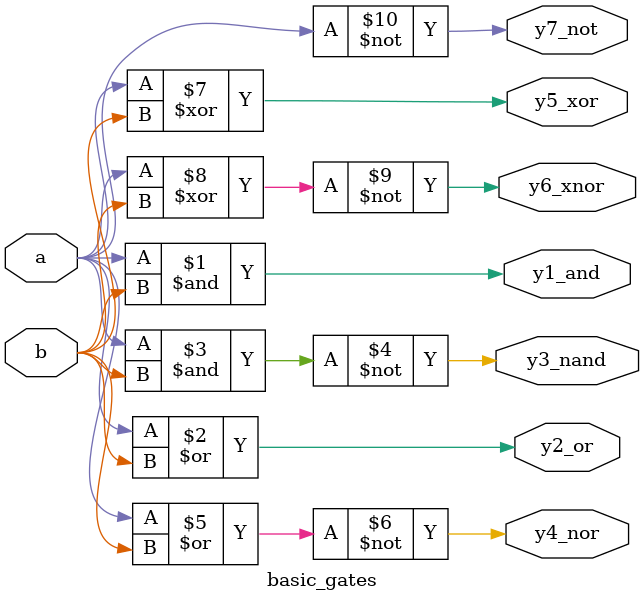
<source format=v>
`timescale 1ns / 1ps

module basic_gates(
    input a,
    input b,
    output y1_and,
    output y2_or,
    output y3_nand,
    output y4_nor,
    output y5_xor,
    output y6_xnor,
    output y7_not
    );
    and g1(y1_and,a,b);
    or g2(y2_or,a,b);
    nand g3(y3_nand,a,b);
    nor g4(y4_nor,a,b);
    xor g5(y5_xor,a,b);
    xnor g6(y6_xnor,a,b);
    not g7(y7_not,a);
endmodule

</source>
